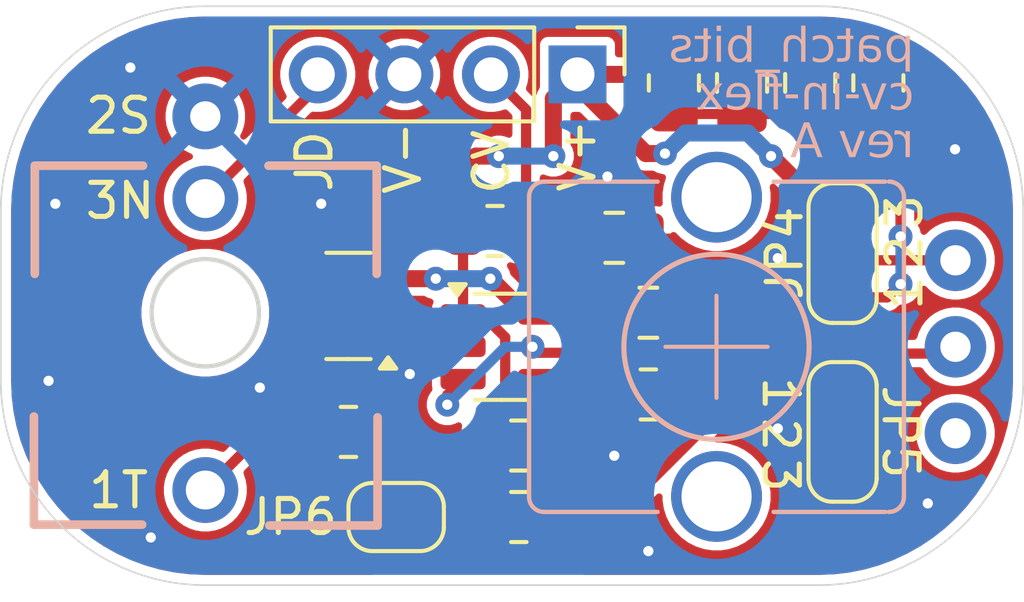
<source format=kicad_pcb>
(kicad_pcb (version 20241229) (generator "pcbnew") (generator_version "9.0")
  (layers (0 "F.Cu" signal) (2 "B.Cu" power) (13 "F.Paste" user) (15 "B.Paste" user) (5 "F.SilkS" user "F.Silkscreen") (7 "B.SilkS" user "B.Silkscreen") (1 "F.Mask" user) (3 "B.Mask" user) (25 "Edge.Cuts" user))
  (net 0 "")
  (net 1 "+3.3V")
  (net 2 "GND")
  (net 3 "/VREF_1.65V")
  (net 4 "/CV_OUT")
  (net 5 "/JACK_DETECT")
  (net 6 "/CV_IN")
  (net 7 "Net-(JP4-C)")
  (net 8 "Net-(JP5-C)")
  (net 9 "/R_IN")
  (net 10 "/BIAS_IN")
  (net 11 "Net-(R3-Pad1)")
  (net 12 "/SUMMED_CV_IN")
  (footprint "Resistor_SMD:R_0805_2012Metric" (layer "F.Cu") (at 120.2 72.9 180)
    (property "Reference" "R4" (hide yes))
    (property "Value" "100k")
    (fp_line (start -0.227064 0.735) (end 0.227064 0.735) (stroke (width 0.12)) (layer "F.SilkS"))
    (fp_line (start -0.227064 -0.735) (end 0.227064 -0.735) (stroke (width 0.12)) (layer "F.SilkS"))
    (pad "1" smd roundrect (at -0.9125 0 180) (size 1.025 1.4) (layers "F.Cu" "F.Mask" "F.Paste") (roundrect_rratio 0.243902) (net 12 "/SUMMED_CV_IN"))
    (pad "2" smd roundrect (at 0.9125 0 180) (size 1.025 1.4) (layers "F.Cu" "F.Mask" "F.Paste") (roundrect_rratio 0.243902) (net 11 "Net-(R3-Pad1)"))
  )
  (footprint "Capacitor_SMD:C_0805_2012Metric" (layer "F.Cu") (at 123 66.8 180)
    (property "Reference" "C3" (hide yes))
    (property "Value" "100nF")
    (fp_line (start -0.261253 0.735) (end 0.261253 0.735) (stroke (width 0.12)) (layer "F.SilkS"))
    (fp_line (start -0.261253 -0.735) (end 0.261253 -0.735) (stroke (width 0.12)) (layer "F.SilkS"))
    (pad "1" smd roundrect (at -0.949999 0 180) (size 1 1.45) (layers "F.Cu" "F.Mask" "F.Paste") (net 2 "GND"))
    (pad "2" smd roundrect (at 0.949999 0 180) (size 1 1.45) (layers "F.Cu" "F.Mask" "F.Paste") (net 4 "/CV_OUT"))
  )
  (footprint "Jumper:SolderJumper-2_P1.3mm_Bridged_RoundedPad1.0x1.5mm" (layer "F.Cu") (at 116.6 75 180)
    (property "Reference" "JP6" (at 3.1 0 180) (layer "F.SilkS"))
    (property "Value" "RIN_CUT")
    (fp_poly (pts (xy 0.25 -0.3) (xy -0.25 -0.3) (xy -0.25 0.3) (xy 0.25 0.3)) (fill yes) (layer "F.Cu"))
    (fp_line (start 1.4 -0.3) (end 1.4 0.3) (stroke (width 0.12)) (layer "F.SilkS"))
    (fp_line (start 0.7 1) (end -0.7 1) (stroke (width 0.12)) (layer "F.SilkS"))
    (fp_line (start -0.7 -1) (end 0.7 -1) (stroke (width 0.12)) (layer "F.SilkS"))
    (fp_line (start -1.4 0.3) (end -1.4 -0.3) (stroke (width 0.12)) (layer "F.SilkS"))
    (fp_arc (start 1.4 0.3) (mid 1.194975 0.794975) (end 0.7 1) (stroke (width 0.12)) (layer "F.SilkS"))
    (fp_arc (start 0.7 -1) (mid 1.194975 -0.794975) (end 1.4 -0.3) (stroke (width 0.12)) (layer "F.SilkS"))
    (fp_arc (start -0.7 1) (mid -1.194975 0.794975) (end -1.4 0.3) (stroke (width 0.12)) (layer "F.SilkS"))
    (fp_arc (start -1.4 -0.3) (mid -1.194975 -0.794975) (end -0.7 -1) (stroke (width 0.12)) (layer "F.SilkS"))
    (pad "1" smd custom (at -0.65 0 180) (size 1 0.5) (layers "F.Cu" "F.Mask") (net 9 "/R_IN") (options (clearance outline) (anchor rect)) (primitives (gr_circle (center 0 0.25) (end 0.5 0.25) (width 0) (fill yes)) (gr_circle (center 0 -0.25) (end 0.5 -0.25) (width 0) (fill yes)) (gr_poly (pts (xy 0.5 0.75) (xy 0 0.75) (xy 0 -0.75) (xy 0.5 -0.75)) (width 0) (fill yes))))
    (pad "2" smd custom (at 0.65 0 180) (size 1 0.5) (layers "F.Cu" "F.Mask") (net 6 "/CV_IN") (options (clearance outline) (anchor rect)) (primitives (gr_circle (center 0 0.25) (end 0.5 0.25) (width 0) (fill yes)) (gr_circle (center 0 -0.25) (end 0.5 -0.25) (width 0) (fill yes)) (gr_poly (pts (xy 0 0.75) (xy -0.5 0.75) (xy -0.5 -0.75) (xy 0 -0.75)) (width 0) (fill yes))))
  )
  (footprint "Connector_PinHeader_2.54mm:PinHeader_1x04_P2.54mm_Vertical" (layer "F.Cu") (at 121.92 62 -90)
    (property "Reference" "J2" (hide yes))
    (property "Value" "HDR")
    (fp_line (start -1.38 9) (end 1.38 9) (stroke (width 0.12)) (layer "F.SilkS"))
    (fp_line (start -1.38 1.27) (end -1.38 9) (stroke (width 0.12)) (layer "F.SilkS"))
    (fp_line (start -1.38 1.27) (end 1.38 1.27) (stroke (width 0.12)) (layer "F.SilkS"))
    (fp_line (start 1.38 1.27) (end 1.38 9) (stroke (width 0.12)) (layer "F.SilkS"))
    (fp_line (start -1.38 0) (end -1.38 -1.38) (stroke (width 0.12)) (layer "F.SilkS"))
    (fp_line (start -1.38 -1.38) (end 0 -1.38) (stroke (width 0.12)) (layer "F.SilkS"))
    (pad "1" thru_hole rect (at 0 0 270) (size 1.7 1.7) (drill 1) (layers "*.Cu" "*.Mask") (net 1 "+3.3V"))
    (pad "2" thru_hole circle (at 0 2.54 270) (size 1.7 1.7) (drill 1) (layers "*.Cu" "*.Mask") (net 4 "/CV_OUT"))
    (pad "3" thru_hole circle (at 0 5.08 270) (size 1.7 1.7) (drill 1) (layers "*.Cu" "*.Mask") (net 2 "GND"))
    (pad "4" thru_hole circle (at 0 7.62 270) (size 1.7 1.7) (drill 1) (layers "*.Cu" "*.Mask") (net 5 "/JACK_DETECT"))
  )
  (footprint "Capacitor_SMD:C_0805_2012Metric" (layer "F.Cu") (at 126.75 62.25 90)
    (property "Reference" "C1" (hide yes))
    (property "Value" "10uF")
    (fp_line (start -0.261252 -0.735) (end 0.261252 -0.735) (stroke (width 0.12)) (layer "F.SilkS"))
    (fp_line (start -0.261252 0.735) (end 0.261252 0.735) (stroke (width 0.12)) (layer "F.SilkS"))
    (pad "1" smd roundrect (at -0.95 0 90) (size 1 1.45) (layers "F.Cu" "F.Mask" "F.Paste") (net 3 "/VREF_1.65V"))
    (pad "2" smd roundrect (at 0.95 0 90) (size 1 1.45) (layers "F.Cu" "F.Mask" "F.Paste") (net 2 "GND"))
  )
  (footprint "Resistor_SMD:R_0805_2012Metric" (layer "F.Cu") (at 124.75 62.25 -90)
    (property "Reference" "R5" (hide yes))
    (property "Value" "100k")
    (fp_line (start -0.227064 0.735) (end 0.227064 0.735) (stroke (width 0.12)) (layer "F.SilkS"))
    (fp_line (start -0.227064 -0.735) (end 0.227064 -0.735) (stroke (width 0.12)) (layer "F.SilkS"))
    (pad "1" smd roundrect (at -0.9125 0 270) (size 1.025 1.4) (layers "F.Cu" "F.Mask" "F.Paste") (roundrect_rratio 0.243902) (net 1 "+3.3V"))
    (pad "2" smd roundrect (at 0.9125 0 270) (size 1.025 1.4) (layers "F.Cu" "F.Mask" "F.Paste") (roundrect_rratio 0.243902) (net 3 "/VREF_1.65V"))
  )
  (footprint "Jumper:SolderJumper-3_P1.3mm_Open_RoundedPad1.0x1.5mm" (layer "F.Cu") (at 129.7 67.25 90)
    (property "Reference" "JP4" (at 0 -1.7 90) (layer "F.SilkS"))
    (property "Value" "POT_1")
    (fp_line (start -1.4 -1) (end 1.4 -1) (stroke (width 0.12)) (layer "F.SilkS"))
    (fp_line (start 2.05 -0.3) (end 2.05 0.3) (stroke (width 0.12)) (layer "F.SilkS"))
    (fp_line (start -2.05 0.3) (end -2.05 -0.3) (stroke (width 0.12)) (layer "F.SilkS"))
    (fp_line (start 1.4 1) (end -1.4 1) (stroke (width 0.12)) (layer "F.SilkS"))
    (fp_arc (start 1.35 -1) (mid 1.844975 -0.794975) (end 2.05 -0.3) (stroke (width 0.12)) (layer "F.SilkS"))
    (fp_arc (start -2.05 -0.3) (mid -1.844975 -0.794975) (end -1.35 -1) (stroke (width 0.12)) (layer "F.SilkS"))
    (fp_arc (start 2.05 0.3) (mid 1.844975 0.794975) (end 1.35 1) (stroke (width 0.12)) (layer "F.SilkS"))
    (fp_arc (start -1.35 1) (mid -1.844975 0.794975) (end -2.05 0.3) (stroke (width 0.12)) (layer "F.SilkS"))
    (pad "1" smd custom (at -1.3 0 90) (size 1 0.5) (layers "F.Cu" "F.Mask") (net 3 "/VREF_1.65V") (options (clearance outline) (anchor rect)) (primitives (gr_circle (center 0 0.25) (end 0.5 0.25) (width 0) (fill yes)) (gr_circle (center 0 -0.25) (end 0.5 -0.25) (width 0) (fill yes)) (gr_poly (pts (xy 0.55 0.75) (xy 0 0.75) (xy 0 -0.75) (xy 0.55 -0.75)) (width 0) (fill yes))))
    (pad "2" smd rect (at 0 0 90) (size 1 1.5) (layers "F.Cu" "F.Mask") (net 7 "Net-(JP4-C)"))
    (pad "3" smd custom (at 1.3 0 90) (size 1 0.5) (layers "F.Cu" "F.Mask") (net 1 "+3.3V") (options (clearance outline) (anchor rect)) (primitives (gr_circle (center 0 0.25) (end 0.5 0.25) (width 0) (fill yes)) (gr_circle (center 0 -0.25) (end 0.5 -0.25) (width 0) (fill yes)) (gr_poly (pts (xy 0 0.75) (xy -0.55 0.75) (xy -0.55 -0.75) (xy 0 -0.75)) (width 0) (fill yes))))
  )
  (footprint "Resistor_SMD:R_0805_2012Metric" (layer "F.Cu") (at 120.2 75)
    (property "Reference" "R2" (hide yes))
    (property "Value" "100k")
    (fp_line (start -0.227064 -0.735) (end 0.227064 -0.735) (stroke (width 0.12)) (layer "F.SilkS"))
    (fp_line (start -0.227064 0.735) (end 0.227064 0.735) (stroke (width 0.12)) (layer "F.SilkS"))
    (pad "1" smd roundrect (at -0.9125 0) (size 1.025 1.4) (layers "F.Cu" "F.Mask" "F.Paste") (roundrect_rratio 0.243902) (net 9 "/R_IN"))
    (pad "2" smd roundrect (at 0.9125 0) (size 1.025 1.4) (layers "F.Cu" "F.Mask" "F.Paste") (roundrect_rratio 0.243902) (net 12 "/SUMMED_CV_IN"))
  )
  (footprint "Package_TO_SOT_SMD:SOT-23-5" (layer "F.Cu") (at 119.7 70)
    (property "Reference" "U1" (hide yes))
    (property "Value" "TLV9061xDBV")
    (fp_line (start 0 -1.56) (end -0.8 -1.56) (stroke (width 0.12)) (layer "F.SilkS"))
    (fp_line (start 0 -1.56) (end 0.8 -1.56) (stroke (width 0.12)) (layer "F.SilkS"))
    (fp_line (start 0 1.56) (end -0.8 1.56) (stroke (width 0.12)) (layer "F.SilkS"))
    (fp_line (start 0 1.56) (end 0.8 1.56) (stroke (width 0.12)) (layer "F.SilkS"))
    (fp_poly (pts (xy -1.3 -1.51) (xy -1.54 -1.84) (xy -1.06 -1.84)) (stroke (width 0.12)) (fill yes) (layer "F.SilkS"))
    (pad "1" smd roundrect (at -1.1375 -0.95) (size 1.325 0.6) (layers "F.Cu" "F.Mask" "F.Paste") (net 11 "Net-(R3-Pad1)"))
    (pad "2" smd roundrect (at -1.1375 0) (size 1.325 0.6) (layers "F.Cu" "F.Mask" "F.Paste") (net 2 "GND"))
    (pad "3" smd roundrect (at -1.1375 0.95) (size 1.325 0.6) (layers "F.Cu" "F.Mask" "F.Paste") (net 3 "/VREF_1.65V"))
    (pad "4" smd roundrect (at 1.1375 0.95) (size 1.325 0.6) (layers "F.Cu" "F.Mask" "F.Paste") (net 12 "/SUMMED_CV_IN"))
    (pad "5" smd roundrect (at 1.1375 -0.95) (size 1.325 0.6) (layers "F.Cu" "F.Mask" "F.Paste") (net 1 "+3.3V"))
  )
  (footprint "Resistor_SMD:R_0805_2012Metric" (layer "F.Cu") (at 130.75 62.25 90)
    (property "Reference" "R6" (hide yes))
    (property "Value" "100k")
    (fp_line (start -0.227064 -0.735) (end 0.227064 -0.735) (stroke (width 0.12)) (layer "F.SilkS"))
    (fp_line (start -0.227064 0.735) (end 0.227064 0.735) (stroke (width 0.12)) (layer "F.SilkS"))
    (pad "1" smd roundrect (at -0.9125 0 90) (size 1.025 1.4) (layers "F.Cu" "F.Mask" "F.Paste") (roundrect_rratio 0.243902) (net 3 "/VREF_1.65V"))
    (pad "2" smd roundrect (at 0.9125 0 90) (size 1.025 1.4) (layers "F.Cu" "F.Mask" "F.Paste") (roundrect_rratio 0.243902) (net 2 "GND"))
  )
  (footprint "Capacitor_SMD:C_0805_2012Metric" (layer "F.Cu") (at 124 69 180)
    (property "Reference" "C2" (hide yes))
    (property "Value" "100nF")
    (fp_line (start -0.261252 0.735) (end 0.261252 0.735) (stroke (width 0.12)) (layer "F.SilkS"))
    (fp_line (start -0.261252 -0.735) (end 0.261252 -0.735) (stroke (width 0.12)) (layer "F.SilkS"))
    (pad "1" smd roundrect (at -0.95 0 180) (size 1 1.45) (layers "F.Cu" "F.Mask" "F.Paste") (net 2 "GND"))
    (pad "2" smd roundrect (at 0.95 0 180) (size 1 1.45) (layers "F.Cu" "F.Mask" "F.Paste") (net 1 "+3.3V"))
  )
  (footprint "Package_TO_SOT_SMD:SOT-23" (layer "F.Cu") (at 115.2 68.8 180)
    (property "Reference" "D1" (hide yes))
    (property "Value" "BAT54S")
    (fp_line (start 0 1.56) (end 0.65 1.56) (stroke (width 0.12)) (layer "F.SilkS"))
    (fp_line (start 0 1.56) (end -0.65 1.56) (stroke (width 0.12)) (layer "F.SilkS"))
    (fp_line (start 0 -1.56) (end 0.65 -1.56) (stroke (width 0.12)) (layer "F.SilkS"))
    (fp_line (start 0 -1.56) (end -0.65 -1.56) (stroke (width 0.12)) (layer "F.SilkS"))
    (fp_poly (pts (xy -1.1625 -1.51) (xy -1.4025 -1.84) (xy -0.9225 -1.84)) (stroke (width 0.12)) (fill yes) (layer "F.SilkS"))
    (pad "1" smd roundrect (at -0.9375 -0.95 180) (size 1.475 0.6) (layers "F.Cu" "F.Mask" "F.Paste") (net 2 "GND"))
    (pad "2" smd roundrect (at -0.9375 0.95 180) (size 1.475 0.6) (layers "F.Cu" "F.Mask" "F.Paste") (net 1 "+3.3V"))
    (pad "3" smd roundrect (at 0.9375 0 180) (size 1.475 0.6) (layers "F.Cu" "F.Mask" "F.Paste") (net 6 "/CV_IN"))
  )
  (footprint "Resistor_SMD:R_0805_2012Metric" (layer "F.Cu") (at 119.5 66.6)
    (property "Reference" "R3" (hide yes))
    (property "Value" "100R")
    (fp_line (start -0.227064 -0.735) (end 0.227064 -0.735) (stroke (width 0.12)) (layer "F.SilkS"))
    (fp_line (start -0.227064 0.735) (end 0.227064 0.735) (stroke (width 0.12)) (layer "F.SilkS"))
    (pad "1" smd roundrect (at -0.9125 0) (size 1.025 1.4) (layers "F.Cu" "F.Mask" "F.Paste") (roundrect_rratio 0.243902) (net 11 "Net-(R3-Pad1)"))
    (pad "2" smd roundrect (at 0.9125 0) (size 1.025 1.4) (layers "F.Cu" "F.Mask" "F.Paste") (roundrect_rratio 0.243902) (net 4 "/CV_OUT"))
  )
  (footprint "Jumper:SolderJumper-3_P1.3mm_Open_RoundedPad1.0x1.5mm" (layer "F.Cu") (at 129.7 72.5 -90)
    (property "Reference" "JP5" (at 0 -1.7 270) (layer "F.SilkS"))
    (property "Value" "POT_3")
    (fp_line (start 1.4 1) (end -1.4 1) (stroke (width 0.12)) (layer "F.SilkS"))
    (fp_line (start -2.05 0.3) (end -2.05 -0.3) (stroke (width 0.12)) (layer "F.SilkS"))
    (fp_line (start 2.05 -0.3) (end 2.05 0.3) (stroke (width 0.12)) (layer "F.SilkS"))
    (fp_line (start -1.4 -1) (end 1.4 -1) (stroke (width 0.12)) (layer "F.SilkS"))
    (fp_arc (start -1.35 1) (mid -1.844975 0.794975) (end -2.05 0.3) (stroke (width 0.12)) (layer "F.SilkS"))
    (fp_arc (start 2.05 0.3) (mid 1.844975 0.794975) (end 1.35 1) (stroke (width 0.12)) (layer "F.SilkS"))
    (fp_arc (start -2.05 -0.3) (mid -1.844975 -0.794975) (end -1.35 -1) (stroke (width 0.12)) (layer "F.SilkS"))
    (fp_arc (start 1.35 -1) (mid 1.844975 -0.794975) (end 2.05 -0.3) (stroke (width 0.12)) (layer "F.SilkS"))
    (pad "1" smd custom (at -1.3 0 270) (size 1 0.5) (layers "F.Cu" "F.Mask") (net 6 "/CV_IN") (options (clearance outline) (anchor rect)) (primitives (gr_circle (center 0 0.25) (end 0.5 0.25) (width 0) (fill yes)) (gr_circle (center 0 -0.25) (end 0.5 -0.25) (width 0) (fill yes)) (gr_poly (pts (xy 0.55 0.75) (xy 0 0.75) (xy 0 -0.75) (xy 0.55 -0.75)) (width 0) (fill yes))))
    (pad "2" smd rect (at 0 0 270) (size 1 1.5) (layers "F.Cu" "F.Mask") (net 8 "Net-(JP5-C)"))
    (pad "3" smd custom (at 1.3 0 270) (size 1 0.5) (layers "F.Cu" "F.Mask") (net 2 "GND") (options (clearance outline) (anchor rect)) (primitives (gr_circle (center 0 0.25) (end 0.5 0.25) (width 0) (fill yes)) (gr_circle (center 0 -0.25) (end 0.5 -0.25) (width 0) (fill yes)) (gr_poly (pts (xy 0 0.75) (xy -0.55 0.75) (xy -0.55 -0.75) (xy 0 -0.75)) (width 0) (fill yes))))
  )
  (footprint "Resistor_SMD:R_0805_2012Metric" (layer "F.Cu") (at 124 71.4 180)
    (property "Reference" "R1" (hide yes))
    (property "Value" "100k")
    (fp_line (start -0.227064 0.735) (end 0.227064 0.735) (stroke (width 0.12)) (layer "F.SilkS"))
    (fp_line (start -0.227064 -0.735) (end 0.227064 -0.735) (stroke (width 0.12)) (layer "F.SilkS"))
    (pad "1" smd roundrect (at -0.9125 0 180) (size 1.025 1.4) (layers "F.Cu" "F.Mask" "F.Paste") (roundrect_rratio 0.243902) (net 10 "/BIAS_IN"))
    (pad "2" smd roundrect (at 0.9125 0 180) (size 1.025 1.4) (layers "F.Cu" "F.Mask" "F.Paste") (roundrect_rratio 0.243902) (net 12 "/SUMMED_CV_IN"))
  )
  (footprint "Capacitor_SMD:C_0805_2012Metric" (layer "F.Cu") (at 128.75 62.25 90)
    (property "Reference" "C4" (hide yes))
    (property "Value" "100nF")
    (fp_line (start -0.261252 -0.735) (end 0.261252 -0.735) (stroke (width 0.12)) (layer "F.SilkS"))
    (fp_line (start -0.261252 0.735) (end 0.261252 0.735) (stroke (width 0.12)) (layer "F.SilkS"))
    (pad "1" smd roundrect (at -0.95 0 90) (size 1 1.45) (layers "F.Cu" "F.Mask" "F.Paste") (net 3 "/VREF_1.65V"))
    (pad "2" smd roundrect (at 0.95 0 90) (size 1 1.45) (layers "F.Cu" "F.Mask" "F.Paste") (net 2 "GND"))
  )
  (footprint "Resistor_SMD:R_0805_2012Metric" (layer "F.Cu") (at 115.2 72.5 180)
    (property "Reference" "R7" (hide yes))
    (property "Value" "10k")
    (fp_line (start -0.227064 0.735) (end 0.227064 0.735) (stroke (width 0.12)) (layer "F.SilkS"))
    (fp_line (start -0.227064 -0.735) (end 0.227064 -0.735) (stroke (width 0.12)) (layer "F.SilkS"))
    (pad "1" smd roundrect (at -0.9125 0 180) (size 1.025 1.4) (layers "F.Cu" "F.Mask" "F.Paste") (roundrect_rratio 0.243902) (net 2 "GND"))
    (pad "2" smd roundrect (at 0.9125 0 180) (size 1.025 1.4) (layers "F.Cu" "F.Mask" "F.Paste") (roundrect_rratio 0.243902) (net 6 "/CV_IN"))
  )
  (footprint "elemental_jack:EighthInch_PJ398SM" (layer "B.Cu") (at 111 69 90)
    (property "Reference" "J1" (hide yes))
    (property "Value" "3.5mm_Mono_Switched" (hide yes))
    (fp_line (start -6.223 -5.0292) (end -3.048 -5.0292) (stroke (width 0.254)) (layer "B.SilkS"))
    (fp_line (start 4.318 -5.0038) (end 4.318 -1.8288) (stroke (width 0.254)) (layer "B.SilkS"))
    (fp_line (start 1.143 -5.0038) (end 4.318 -5.0038) (stroke (width 0.254)) (layer "B.SilkS"))
    (fp_line (start -6.223 -1.8542) (end -6.223 -5.0292) (stroke (width 0.254)) (layer "B.SilkS"))
    (fp_line (start 4.318 1.8542) (end 4.318 5.0292) (stroke (width 0.254)) (layer "B.SilkS"))
    (fp_line (start 4.318 5.0292) (end 1.143 5.0292) (stroke (width 0.254)) (layer "B.SilkS"))
    (fp_line (start -3.0734 5.0546) (end -6.2484 5.0546) (stroke (width 0.254)) (layer "B.SilkS"))
    (fp_line (start -6.2484 5.0546) (end -6.2484 1.8796) (stroke (width 0.254)) (layer "B.SilkS"))
    (fp_circle (center 0 0) (end 1.5748 0) (stroke (width 0.127)) (fill no) (layer "Edge.Cuts"))
    (pad "1" thru_hole circle (at -5.207 0 90) (size 1.9304 1.9304) (drill 1.143) (layers "*.Cu" "*.Mask") (net 6 "/CV_IN"))
    (pad "2" thru_hole circle (at 5.7658 0 90) (size 1.9304 1.9304) (drill 0.889) (layers "*.Cu" "*.Mask") (net 2 "GND"))
    (pad "3" thru_hole circle (at 3.3528 0 90) (size 1.9304 1.9304) (drill 1.143) (layers "*.Cu" "*.Mask") (net 5 "/JACK_DETECT"))
  )
  (footprint "elemental_potentiometer:Pot_9mm_Knurl_NoDet" (layer "B.Cu") (at 126 70 90)
    (property "Reference" "RV2" (hide yes))
    (property "Value" "B10k" (hide yes))
    (fp_line (start -4.41 -5.5) (end 4.41 -5.5) (stroke (width 0.127)) (layer "B.SilkS"))
    (fp_line (start 4.85 -1.7272) (end 4.85 -5.06) (stroke (width 0.127)) (layer "B.SilkS"))
    (fp_line (start -4.85 -1.7272) (end -4.85 -5.06) (stroke (width 0.127)) (layer "B.SilkS"))
    (fp_line (start 0 -1.5) (end 0 1.5) (stroke (width 0.12)) (layer "B.SilkS"))
    (fp_line (start -1.5 0) (end 1.5 0) (stroke (width 0.12)) (layer "B.SilkS"))
    (fp_line (start 4.85 4.95) (end 4.85 1.6764) (stroke (width 0.127)) (layer "B.SilkS"))
    (fp_line (start -4.85 4.95) (end -4.85 1.6764) (stroke (width 0.127)) (layer "B.SilkS"))
    (fp_line (start 4.41 5.5) (end -4.41 5.5) (stroke (width 0.127)) (layer "B.SilkS"))
    (fp_arc (start 4.41 -5.5) (mid 4.724636 -5.367578) (end 4.849887 -5.050018) (stroke (width 0.127)) (layer "B.SilkS"))
    (fp_arc (start -4.85 -5.06) (mid -4.717578 -5.374637) (end -4.400018 -5.499887) (stroke (width 0.127)) (layer "B.SilkS"))
    (fp_arc (start 1.651 2.159) (mid -1.651 -2.159) (end 1.651 2.159) (stroke (width 0.15)) (layer "B.SilkS"))
    (fp_arc (start 4.85 5.06) (mid 4.717578 5.374636) (end 4.400018 5.499887) (stroke (width 0.127)) (layer "B.SilkS"))
    (fp_arc (start -4.41 5.5) (mid -4.724637 5.367578) (end -4.849887 5.050018) (stroke (width 0.127)) (layer "B.SilkS"))
    (pad "1" thru_hole circle (at 2.539837 7.012243 180) (size 1.8034 1.8034) (drill 0.889) (layers "*.Cu" "*.Mask") (net 7 "Net-(JP4-C)"))
    (pad "2" thru_hole circle (at -0.000163 7.012243 180) (size 1.8034 1.8034) (drill 0.889) (layers "*.Cu" "*.Mask") (net 10 "/BIAS_IN"))
    (pad "3" thru_hole circle (at -2.540163 7.012243) (size 1.8034 1.8034) (drill 0.889) (layers "*.Cu" "*.Mask") (net 8 "Net-(JP5-C)"))
    (pad "4" thru_hole circle (at 4.394037 0.001843 90) (size 2.667 2.667) (drill 2.0574) (layers "*.Cu" "*.Mask"))
    (pad "5" thru_hole circle (at -4.394363 0.001843 90) (size 2.667 2.667) (drill 2.0574) (layers "*.Cu" "*.Mask"))
  )
  (gr_line (start 105 71) (end 105 66) (stroke (width 0.05)) (layer "Edge.Cuts"))
  (gr_line (start 111 60) (end 129 60) (stroke (width 0.05)) (layer "Edge.Cuts"))
  (gr_line (start 135 66) (end 135 71) (stroke (width 0.05)) (layer "Edge.Cuts"))
  (gr_arc (start 135 71) (mid 133.242641 75.242641) (end 129 77) (stroke (width 0.05)) (layer "Edge.Cuts"))
  (gr_arc (start 105 66) (mid 106.757359 61.757359) (end 111 60) (stroke (width 0.05)) (layer "Edge.Cuts"))
  (gr_arc (start 129 60) (mid 133.242641 61.757359) (end 135 66) (stroke (width 0.05)) (layer "Edge.Cuts"))
  (gr_line (start 129 77) (end 111 77) (stroke (width 0.05)) (layer "Edge.Cuts"))
  (gr_arc (start 111 77) (mid 106.757359 75.242641) (end 105 71) (stroke (width 0.05)) (layer "Edge.Cuts"))
  (gr_text "2S" (at 107.4 63.8 0) (layer "F.SilkS") (effects (font (size 1 1)) (justify left bottom)))
  (gr_text "1" (at 132.1 69 90) (layer "F.SilkS") (effects (font (size 1 1)) (justify left bottom)))
  (gr_text "2" (at 132.1 67.8 90) (layer "F.SilkS") (effects (font (size 1 1)) (justify left bottom)))
  (gr_text "1T" (at 107.5 74.8 0) (layer "F.SilkS") (effects (font (size 1 1)) (justify left bottom)))
  (gr_text "3N" (at 107.4 66.3 0) (layer "F.SilkS") (effects (font (size 1 1)) (justify left bottom)))
  (gr_text "1" (at 127.3 70.8 270) (layer "F.SilkS") (effects (font (size 1 1)) (justify left bottom)))
  (gr_text "V+" (at 121.92 65.532 90) (layer "F.SilkS") (effects (font (size 1 1)) (justify left)))
  (gr_text "2" (at 127.3 72 270) (layer "F.SilkS") (effects (font (size 1 1)) (justify left bottom)))
  (gr_text "CV" (at 119.4 65.6 90) (layer "F.SilkS") (effects (font (size 1 1)) (justify left)))
  (gr_text "V-" (at 116.8 65.6 90) (layer "F.SilkS") (effects (font (size 1 1)) (justify left)))
  (gr_text "3" (at 132.1 66.6 90) (layer "F.SilkS") (effects (font (size 1 1)) (justify left bottom)))
  (gr_text "JD" (at 114.2 65.532 90) (layer "F.SilkS") (effects (font (size 1 1)) (justify left)))
  (gr_text "3" (at 127.3 73.2 270) (layer "F.SilkS") (effects (font (size 1 1)) (justify left bottom)))
  (gr_text "patch_bits" (at 131.8 61.8 0) (layer "B.SilkS") (effects (font (size 1 1)) (justify left bottom mirror)))
  (gr_text "rev A" (at 131.8 64.6 0) (layer "B.SilkS") (effects (font (size 1 1)) (justify left bottom mirror)))
  (gr_text "cv-in-flex" (at 131.8 63.2 0) (layer "B.SilkS") (effects (font (size 1 1)) (justify left bottom mirror)))
  (segment (start 123.05 69) (end 120.8875 69) (width 0.5) (layer "F.Cu") (net 1))
  (segment (start 121.92 62.32) (end 121.92 62) (width 0.5) (layer "F.Cu") (net 1))
  (segment (start 129.15 65.95) (end 127.6 64.4) (width 0.5) (layer "F.Cu") (net 1))
  (segment (start 121.92 62) (end 124.0875 62) (width 0.5) (layer "F.Cu") (net 1))
  (segment (start 116.2875 68) (end 116.1375 67.85) (width 0.5) (layer "F.Cu") (net 1))
  (segment (start 120.8375 69.05) (end 120.4125 69.05) (width 0.5) (layer "F.Cu") (net 1))
  (segment (start 120.8875 69) (end 120.8375 69.05) (width 0.5) (layer "F.Cu") (net 1))
  (segment (start 124.0875 62) (end 124.75 61.3375) (width 0.5) (layer "F.Cu") (net 1))
  (segment (start 116.1375 67.197788) (end 118.935288 64.4) (width 0.5) (layer "F.Cu") (net 1))
  (segment (start 121.2125 64.4) (end 121.2125 62.7075) (width 0.5) (layer "F.Cu") (net 1))
  (segment (start 129.7 65.95) (end 129.15 65.95) (width 0.5) (layer "F.Cu") (net 1))
  (segment (start 121.2125 62.7075) (end 121.92 62) (width 0.5) (layer "F.Cu") (net 1))
  (segment (start 116.1375 67.85) (end 116.1375 67.197788) (width 0.5) (layer "F.Cu") (net 1))
  (segment (start 124.487442 64.325) (end 123.925 64.325) (width 0.5) (layer "F.Cu") (net 1))
  (segment (start 118.935288 64.4) (end 119.6125 64.4) (width 0.5) (layer "F.Cu") (net 1))
  (segment (start 120.4125 69.05) (end 119.3625 68) (width 0.5) (layer "F.Cu") (net 1))
  (segment (start 123.925 64.325) (end 121.92 62.32) (width 0.5) (layer "F.Cu") (net 1))
  (segment (start 117.7625 68) (end 116.2875 68) (width 0.5) (layer "F.Cu") (net 1))
  (via (at 119.3625 68) (size 0.7) (drill 0.3) (layers "F.Cu" "B.Cu") (net 1))
  (via (at 127.6 64.4) (size 0.7) (drill 0.3) (layers "F.Cu" "B.Cu") (net 1))
  (via (at 117.7625 68) (size 0.7) (drill 0.3) (layers "F.Cu" "B.Cu") (net 1))
  (via (at 124.487442 64.325) (size 0.7) (drill 0.3) (layers "F.Cu" "B.Cu") (net 1))
  (via (at 121.2125 64.4) (size 0.7) (drill 0.3) (layers "F.Cu" "B.Cu") (net 1))
  (via (at 119.6125 64.4) (size 0.7) (drill 0.3) (layers "F.Cu" "B.Cu") (net 1))
  (segment (start 126.921463 63.721463) (end 125.090979 63.721463) (width 0.5) (layer "B.Cu") (net 1))
  (segment (start 119.6125 64.4) (end 121.2125 64.4) (width 0.5) (layer "B.Cu") (net 1))
  (segment (start 127.6 64.4) (end 126.921463 63.721463) (width 0.5) (layer "B.Cu") (net 1))
  (segment (start 125.090979 63.721463) (end 124.487442 64.325) (width 0.5) (layer "B.Cu") (net 1))
  (segment (start 119.3625 68) (end 117.7625 68) (width 0.5) (layer "B.Cu") (net 1))
  (segment (start 118.5625 70) (end 117.8 70) (width 0.3) (layer "F.Cu") (net 2))
  (segment (start 117.8 70) (end 117 70.8) (width 0.3) (layer "F.Cu") (net 2))
  (via (at 106.6 65.8) (size 0.6) (drill 0.3) (layers "F.Cu" "B.Cu") (net 2))
  (via (at 132.2 74.6) (size 0.6) (drill 0.3) (layers "F.Cu" "B.Cu") (net 2))
  (via (at 127.8 72.4) (size 0.6) (drill 0.3) (layers "F.Cu" "B.Cu") (net 2))
  (via (at 133 64.2) (size 0.6) (drill 0.3) (layers "F.Cu" "B.Cu") (net 2))
  (via (at 124 76) (size 0.6) (drill 0.3) (layers "F.Cu" "B.Cu") (net 2))
  (via (at 123 73.2) (size 0.6) (drill 0.3) (layers "F.Cu" "B.Cu") (net 2))
  (via (at 117 70.8) (size 0.7) (drill 0.3) (layers "F.Cu" "B.Cu") (net 2))
  (via (at 109.4 75.6) (size 0.6) (drill 0.3) (layers "F.Cu" "B.Cu") (net 2))
  (via (at 106.4 71) (size 0.6) (drill 0.3) (layers "F.Cu" "B.Cu") (net 2))
  (via (at 114.4 65.8) (size 0.6) (drill 0.3) (layers "F.Cu" "B.Cu") (net 2))
  (via (at 108.8 61.8) (size 0.6) (drill 0.3) (layers "F.Cu" "B.Cu") (net 2))
  (via (at 112.6 71.2) (size 0.6) (drill 0.3) (layers "F.Cu" "B.Cu") (net 2))
  (via (at 127.8 67.4) (size 0.6) (drill 0.3) (layers "F.Cu" "B.Cu") (net 2))
  (via (at 122.8 65) (size 0.6) (drill 0.3) (layers "F.Cu" "B.Cu") (net 2))
  (segment (start 127.123292 68.55) (end 125.497292 70.176) (width 0.3) (layer "F.Cu") (net 3))
  (segment (start 129.7 68.55) (end 127.123292 68.55) (width 0.3) (layer "F.Cu") (net 3))
  (segment (start 125.497292 70.176) (end 120.776 70.176) (width 0.3) (layer "F.Cu") (net 3))
  (segment (start 129.7 68.55) (end 131.010163 68.55) (width 0.3) (layer "F.Cu") (net 3))
  (segment (start 120.776 70.176) (end 120.6 70) (width 0.3) (layer "F.Cu") (net 3))
  (segment (start 131.010163 68.55) (end 131.4 68.160163) (width 0.3) (layer "F.Cu") (net 3))
  (segment (start 124.75 63.1625) (end 130.75 63.1625) (width 0.3) (layer "F.Cu") (net 3))
  (segment (start 129.7 68.55) (end 129.15 68.55) (width 0.3) (layer "F.Cu") (net 3))
  (segment (start 118.1 71.7) (end 118.1 71.4125) (width 0.3) (layer "F.Cu") (net 3))
  (segment (start 118.1 71.4125) (end 118.5625 70.95) (width 0.3) (layer "F.Cu") (net 3))
  (segment (start 131.4 66.760163) (end 131.4 63.8125) (width 0.3) (layer "F.Cu") (net 3))
  (segment (start 131.4 63.8125) (end 130.75 63.1625) (width 0.3) (layer "F.Cu") (net 3))
  (via (at 118.1 71.7) (size 0.7) (drill 0.3) (layers "F.Cu" "B.Cu") (net 3))
  (via (at 131.4 66.760163) (size 0.7) (drill 0.3) (layers "F.Cu" "B.Cu") (net 3))
  (via (at 120.6 70) (size 0.7) (drill 0.3) (layers "F.Cu" "B.Cu") (net 3))
  (via (at 131.4 68.160163) (size 0.7) (drill 0.3) (layers "F.Cu" "B.Cu") (net 3))
  (segment (start 131.4 68.160163) (end 131.4 66.760163) (width 0.3) (layer "B.Cu") (net 3))
  (segment (start 119.8 70) (end 120.6 70) (width 0.3) (layer "B.Cu") (net 3))
  (segment (start 118.1 71.7) (end 119.8 70) (width 0.3) (layer "B.Cu") (net 3))
  (segment (start 120.4125 66.6) (end 122.050001 66.6) (width 0.3) (layer "F.Cu") (net 4))
  (segment (start 120.4125 63.0325) (end 120.4125 66.6) (width 0.3) (layer "F.Cu") (net 4))
  (segment (start 119.38 62) (end 120.4125 63.0325) (width 0.3) (layer "F.Cu") (net 4))
  (segment (start 114.3 62.3472) (end 114.3 62) (width 0.3) (layer "F.Cu") (net 5))
  (segment (start 111 65.6472) (end 114.3 62.3472) (width 0.3) (layer "F.Cu") (net 5))
  (segment (start 116.4 76.4) (end 115.95 75.95) (width 0.3) (layer "F.Cu") (net 6))
  (segment (start 129.7 71.2) (end 126.813963 71.2) (width 0.3) (layer "F.Cu") (net 6))
  (segment (start 114.2625 68.8) (end 114.2625 72.475) (width 0.3) (layer "F.Cu") (net 6))
  (segment (start 115.95 75.95) (end 115.95 75) (width 0.3) (layer "F.Cu") (net 6))
  (segment (start 112.707 72.5) (end 111 74.207) (width 0.3) (layer "F.Cu") (net 6))
  (segment (start 121.613963 76.4) (end 116.4 76.4) (width 0.3) (layer "F.Cu") (net 6))
  (segment (start 114.2625 72.475) (end 114.2875 72.5) (width 0.3) (layer "F.Cu") (net 6))
  (segment (start 115.95 74.1625) (end 114.2875 72.5) (width 0.3) (layer "F.Cu") (net 6))
  (segment (start 115.95 75) (end 115.95 74.1625) (width 0.3) (layer "F.Cu") (net 6))
  (segment (start 114.2875 72.5) (end 112.707 72.5) (width 0.3) (layer "F.Cu") (net 6))
  (segment (start 126.813963 71.2) (end 121.613963 76.4) (width 0.3) (layer "F.Cu") (net 6))
  (segment (start 133.012243 67.460163) (end 129.910163 67.460163) (width 0.3) (layer "F.Cu") (net 7))
  (segment (start 129.910163 67.460163) (end 129.7 67.25) (width 0.3) (layer "F.Cu") (net 7))
  (segment (start 119.2875 75) (end 117.25 75) (width 0.3) (layer "F.Cu") (net 9))
  (segment (start 127 70.2) (end 125.8 71.4) (width 0.3) (layer "F.Cu") (net 10))
  (segment (start 133.012243 70.000163) (end 132.812406 70.2) (width 0.3) (layer "F.Cu") (net 10))
  (segment (start 125.8 71.4) (end 124.9125 71.4) (width 0.3) (layer "F.Cu") (net 10))
  (segment (start 132.812406 70.2) (end 127 70.2) (width 0.3) (layer "F.Cu") (net 10))
  (segment (start 118.5625 69.05) (end 119.1291 69.05) (width 0.3) (layer "F.Cu") (net 11))
  (segment (start 119.8 72.3875) (end 119.2875 72.9) (width 0.3) (layer "F.Cu") (net 11))
  (segment (start 118.5625 69.05) (end 118.5625 66.625) (width 0.3) (layer "F.Cu") (net 11))
  (segment (start 119.1291 69.05) (end 119.8 69.7209) (width 0.3) (layer "F.Cu") (net 11))
  (segment (start 119.8 69.7209) (end 119.8 72.3875) (width 0.3) (layer "F.Cu") (net 11))
  (segment (start 118.5625 66.625) (end 118.5875 66.6) (width 0.3) (layer "F.Cu") (net 11))
  (segment (start 123.0875 71.6) (end 122.8875 71.8) (width 0.3) (layer "F.Cu") (net 12))
  (segment (start 122.2125 71.8) (end 121.1125 72.9) (width 0.3) (layer "F.Cu") (net 12))
  (segment (start 122.4 71.8) (end 122.2125 71.8) (width 0.3) (layer "F.Cu") (net 12))
  (segment (start 122.8875 71.8) (end 122.4 71.8) (width 0.3) (layer "F.Cu") (net 12))
  (segment (start 123.0875 71.4) (end 123.0875 71.6) (width 0.3) (layer "F.Cu") (net 12))
  (segment (start 120.8375 70.95) (end 121.55 70.95) (width 0.3) (layer "F.Cu") (net 12))
  (segment (start 121.55 70.95) (end 122.4 71.8) (width 0.3) (layer "F.Cu") (net 12))
  (segment (start 121.1125 72.9) (end 121.1125 75) (width 0.3) (layer "F.Cu") (net 12))
  (zone (net 2) (net_name "GND") (layer "F.Cu") (priority 1) (connect_pads (clearance 0.2)) (min_thickness 0.2) (fill yes (thermal_gap 0.2) (thermal_bridge_width 0.25) (island_removal_mode 2) (island_area_min 4))
    (polygon (pts (xy 105 60) (xy 135 60) (xy 135 77) (xy 105 77)))
  )
  (zone (net 2) (net_name "GND") (layer "B.Cu") (connect_pads (clearance 0.5)) (min_thickness 0.25) (fill yes (thermal_gap 0.5) (thermal_bridge_width 0.5))
    (polygon (pts (xy 105 60) (xy 135 60) (xy 135 77) (xy 105 77)))
  )
)
</source>
